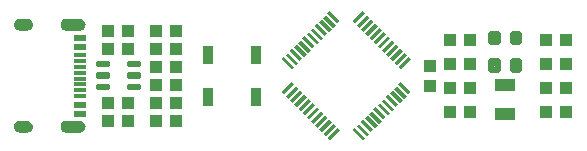
<source format=gbr>
G04 EAGLE Gerber RS-274X export*
G75*
%MOMM*%
%FSLAX34Y34*%
%LPD*%
%INSolderpaste Top*%
%IPPOS*%
%AMOC8*
5,1,8,0,0,1.08239X$1,22.5*%
G01*
%ADD10R,0.300000X1.200000*%
%ADD11R,1.200000X0.300000*%
%ADD12R,1.000000X0.300000*%
%ADD13R,1.000000X0.600000*%
%ADD14R,1.100000X1.000000*%
%ADD15C,0.363000*%
%ADD16R,1.000000X1.100000*%
%ADD17C,0.550000*%
%ADD18R,0.900000X1.600000*%
%ADD19R,1.800000X1.000000*%

G36*
X-225445Y-48246D02*
X-225445Y-48246D01*
X-225442Y-48249D01*
X-224347Y-48069D01*
X-224341Y-48063D01*
X-224336Y-48066D01*
X-223308Y-47647D01*
X-223304Y-47640D01*
X-223299Y-47642D01*
X-222390Y-47005D01*
X-222388Y-46997D01*
X-222382Y-46997D01*
X-221638Y-46174D01*
X-221637Y-46166D01*
X-221631Y-46165D01*
X-221089Y-45197D01*
X-221090Y-45188D01*
X-221084Y-45186D01*
X-220771Y-44122D01*
X-220774Y-44114D01*
X-220769Y-44111D01*
X-220701Y-43003D01*
X-220705Y-42997D01*
X-220701Y-42993D01*
X-220871Y-41885D01*
X-220877Y-41879D01*
X-220874Y-41874D01*
X-221286Y-40832D01*
X-221293Y-40828D01*
X-221291Y-40823D01*
X-221925Y-39898D01*
X-221933Y-39896D01*
X-221932Y-39890D01*
X-222756Y-39130D01*
X-222764Y-39129D01*
X-222764Y-39123D01*
X-223736Y-38566D01*
X-223744Y-38567D01*
X-223746Y-38561D01*
X-224818Y-38234D01*
X-224826Y-38237D01*
X-224829Y-38232D01*
X-225946Y-38151D01*
X-225949Y-38152D01*
X-225950Y-38151D01*
X-237950Y-38151D01*
X-237953Y-38153D01*
X-237960Y-38153D01*
X-237961Y-38152D01*
X-238905Y-38371D01*
X-238911Y-38377D01*
X-238916Y-38375D01*
X-239788Y-38799D01*
X-239791Y-38806D01*
X-239797Y-38804D01*
X-240553Y-39411D01*
X-240555Y-39419D01*
X-240561Y-39419D01*
X-241162Y-40179D01*
X-241162Y-40188D01*
X-241168Y-40189D01*
X-241586Y-41064D01*
X-241584Y-41072D01*
X-241589Y-41074D01*
X-241802Y-42020D01*
X-241798Y-42027D01*
X-241803Y-42031D01*
X-241799Y-43000D01*
X-241799Y-43001D01*
X-241780Y-44069D01*
X-241775Y-44076D01*
X-241779Y-44080D01*
X-241523Y-45117D01*
X-241516Y-45122D01*
X-241519Y-45128D01*
X-241038Y-46082D01*
X-241031Y-46086D01*
X-241032Y-46091D01*
X-240351Y-46915D01*
X-240343Y-46916D01*
X-240343Y-46922D01*
X-239496Y-47573D01*
X-239488Y-47573D01*
X-239487Y-47579D01*
X-238516Y-48026D01*
X-238508Y-48024D01*
X-238506Y-48029D01*
X-237460Y-48248D01*
X-237453Y-48245D01*
X-237450Y-48249D01*
X-225450Y-48249D01*
X-225445Y-48246D01*
G37*
G36*
X-225445Y38155D02*
X-225445Y38155D01*
X-225442Y38151D01*
X-224336Y38344D01*
X-224331Y38349D01*
X-224331Y38350D01*
X-224326Y38347D01*
X-223291Y38780D01*
X-223287Y38787D01*
X-223282Y38785D01*
X-222369Y39438D01*
X-222367Y39446D01*
X-222361Y39445D01*
X-221617Y40284D01*
X-221616Y40293D01*
X-221611Y40293D01*
X-221072Y41277D01*
X-221073Y41285D01*
X-221072Y41286D01*
X-221068Y41287D01*
X-221067Y41289D01*
X-220885Y41930D01*
X-220761Y42366D01*
X-220763Y42371D01*
X-220761Y42373D01*
X-220763Y42375D01*
X-220759Y42377D01*
X-220701Y43497D01*
X-220704Y43502D01*
X-220701Y43506D01*
X-220819Y44551D01*
X-220825Y44557D01*
X-220821Y44562D01*
X-221169Y45556D01*
X-221176Y45560D01*
X-221174Y45565D01*
X-221734Y46457D01*
X-221741Y46460D01*
X-221741Y46465D01*
X-222485Y47209D01*
X-222493Y47211D01*
X-222493Y47216D01*
X-223385Y47776D01*
X-223393Y47776D01*
X-223394Y47781D01*
X-224388Y48129D01*
X-224396Y48126D01*
X-224399Y48131D01*
X-225445Y48249D01*
X-225448Y48247D01*
X-225450Y48249D01*
X-237450Y48249D01*
X-237453Y48247D01*
X-237456Y48247D01*
X-237458Y48249D01*
X-238454Y48091D01*
X-238460Y48085D01*
X-238465Y48088D01*
X-239401Y47713D01*
X-239405Y47706D01*
X-239411Y47708D01*
X-240240Y47134D01*
X-240243Y47126D01*
X-240248Y47127D01*
X-240929Y46383D01*
X-240930Y46374D01*
X-240936Y46374D01*
X-241434Y45497D01*
X-241433Y45489D01*
X-241438Y45486D01*
X-241626Y44862D01*
X-241729Y44521D01*
X-241728Y44518D01*
X-241729Y44517D01*
X-241726Y44513D01*
X-241731Y44510D01*
X-241799Y43503D01*
X-241798Y43501D01*
X-241799Y43500D01*
X-241790Y42419D01*
X-241785Y42412D01*
X-241789Y42408D01*
X-241540Y41356D01*
X-241533Y41351D01*
X-241536Y41346D01*
X-241059Y40376D01*
X-241051Y40373D01*
X-241053Y40367D01*
X-240372Y39528D01*
X-240364Y39526D01*
X-240364Y39520D01*
X-239514Y38854D01*
X-239505Y38853D01*
X-239504Y38848D01*
X-238527Y38387D01*
X-238519Y38389D01*
X-238516Y38384D01*
X-237461Y38152D01*
X-237453Y38155D01*
X-237450Y38151D01*
X-225450Y38151D01*
X-225445Y38155D01*
G37*
G36*
X-270246Y-48246D02*
X-270246Y-48246D01*
X-270244Y-48249D01*
X-269111Y-48099D01*
X-269105Y-48093D01*
X-269100Y-48096D01*
X-268030Y-47698D01*
X-268026Y-47691D01*
X-268020Y-47693D01*
X-267065Y-47066D01*
X-267062Y-47058D01*
X-267057Y-47059D01*
X-266265Y-46236D01*
X-266264Y-46228D01*
X-266258Y-46227D01*
X-265669Y-45248D01*
X-265670Y-45240D01*
X-265665Y-45238D01*
X-265309Y-44153D01*
X-265312Y-44145D01*
X-265307Y-44142D01*
X-265201Y-43005D01*
X-265206Y-42996D01*
X-265202Y-42991D01*
X-265409Y-41854D01*
X-265415Y-41848D01*
X-265412Y-41843D01*
X-265867Y-40781D01*
X-265874Y-40777D01*
X-265872Y-40771D01*
X-266552Y-39836D01*
X-266560Y-39834D01*
X-266559Y-39828D01*
X-267430Y-39068D01*
X-267438Y-39068D01*
X-267439Y-39062D01*
X-268458Y-38515D01*
X-268466Y-38516D01*
X-268468Y-38511D01*
X-269582Y-38204D01*
X-269590Y-38207D01*
X-269593Y-38202D01*
X-270748Y-38151D01*
X-270749Y-38152D01*
X-270750Y-38151D01*
X-276750Y-38151D01*
X-276753Y-38153D01*
X-276758Y-38153D01*
X-276759Y-38152D01*
X-277840Y-38364D01*
X-277845Y-38370D01*
X-277850Y-38367D01*
X-278856Y-38814D01*
X-278860Y-38821D01*
X-278866Y-38819D01*
X-279747Y-39479D01*
X-279750Y-39487D01*
X-279755Y-39487D01*
X-280468Y-40326D01*
X-280468Y-40334D01*
X-280474Y-40335D01*
X-280982Y-41312D01*
X-280981Y-41320D01*
X-280986Y-41322D01*
X-281264Y-42387D01*
X-281261Y-42395D01*
X-281265Y-42398D01*
X-281299Y-43499D01*
X-281296Y-43504D01*
X-281299Y-43507D01*
X-281144Y-44583D01*
X-281138Y-44588D01*
X-281141Y-44593D01*
X-280751Y-45607D01*
X-280744Y-45611D01*
X-280746Y-45617D01*
X-280139Y-46519D01*
X-280131Y-46521D01*
X-280132Y-46527D01*
X-279340Y-47271D01*
X-279332Y-47272D01*
X-279332Y-47278D01*
X-278394Y-47827D01*
X-278386Y-47826D01*
X-278384Y-47832D01*
X-277348Y-48159D01*
X-277340Y-48156D01*
X-277337Y-48161D01*
X-276254Y-48249D01*
X-276251Y-48247D01*
X-276250Y-48249D01*
X-270250Y-48249D01*
X-270246Y-48246D01*
G37*
G36*
X-270247Y38153D02*
X-270247Y38153D01*
X-270246Y38151D01*
X-269153Y38252D01*
X-269147Y38257D01*
X-269142Y38254D01*
X-268099Y38595D01*
X-268094Y38602D01*
X-268089Y38600D01*
X-267148Y39164D01*
X-267145Y39172D01*
X-267139Y39171D01*
X-266347Y39931D01*
X-266346Y39939D01*
X-266340Y39940D01*
X-265738Y40857D01*
X-265738Y40865D01*
X-265733Y40867D01*
X-265349Y41895D01*
X-265351Y41903D01*
X-265346Y41906D01*
X-265201Y42994D01*
X-265205Y43001D01*
X-265201Y43005D01*
X-265307Y44142D01*
X-265312Y44148D01*
X-265309Y44153D01*
X-265665Y45238D01*
X-265672Y45243D01*
X-265669Y45248D01*
X-266258Y46227D01*
X-266266Y46230D01*
X-266265Y46236D01*
X-267057Y47059D01*
X-267065Y47060D01*
X-267065Y47066D01*
X-268020Y47693D01*
X-268028Y47692D01*
X-268030Y47698D01*
X-269100Y48096D01*
X-269108Y48094D01*
X-269111Y48099D01*
X-270244Y48249D01*
X-270247Y48247D01*
X-270248Y48247D01*
X-270250Y48249D01*
X-276250Y48249D01*
X-276253Y48247D01*
X-276255Y48247D01*
X-276256Y48249D01*
X-277389Y48099D01*
X-277395Y48093D01*
X-277400Y48096D01*
X-278470Y47698D01*
X-278474Y47691D01*
X-278480Y47693D01*
X-279435Y47066D01*
X-279438Y47058D01*
X-279443Y47059D01*
X-280235Y46236D01*
X-280236Y46228D01*
X-280242Y46227D01*
X-280831Y45248D01*
X-280830Y45240D01*
X-280835Y45238D01*
X-281191Y44153D01*
X-281189Y44145D01*
X-281193Y44142D01*
X-281299Y43005D01*
X-281295Y42998D01*
X-281299Y42994D01*
X-281154Y41906D01*
X-281148Y41900D01*
X-281151Y41895D01*
X-280768Y40867D01*
X-280761Y40862D01*
X-280763Y40857D01*
X-280160Y39940D01*
X-280152Y39937D01*
X-280153Y39931D01*
X-279361Y39171D01*
X-279353Y39170D01*
X-279352Y39164D01*
X-278411Y38600D01*
X-278403Y38601D01*
X-278401Y38595D01*
X-277358Y38254D01*
X-277350Y38256D01*
X-277347Y38252D01*
X-276255Y38151D01*
X-276252Y38153D01*
X-276250Y38151D01*
X-270250Y38151D01*
X-270247Y38153D01*
G37*
D10*
G36*
X52678Y15910D02*
X54800Y13788D01*
X46316Y5304D01*
X44194Y7426D01*
X52678Y15910D01*
G37*
G36*
X49143Y19445D02*
X51265Y17323D01*
X42781Y8839D01*
X40659Y10961D01*
X49143Y19445D01*
G37*
G36*
X45607Y22981D02*
X47729Y20859D01*
X39245Y12375D01*
X37123Y14497D01*
X45607Y22981D01*
G37*
G36*
X42072Y26516D02*
X44194Y24394D01*
X35710Y15910D01*
X33588Y18032D01*
X42072Y26516D01*
G37*
G36*
X38536Y30052D02*
X40658Y27930D01*
X32174Y19446D01*
X30052Y21568D01*
X38536Y30052D01*
G37*
G36*
X35001Y33587D02*
X37123Y31465D01*
X28639Y22981D01*
X26517Y25103D01*
X35001Y33587D01*
G37*
G36*
X31465Y37123D02*
X33587Y35001D01*
X25103Y26517D01*
X22981Y28639D01*
X31465Y37123D01*
G37*
G36*
X27930Y40658D02*
X30052Y38536D01*
X21568Y30052D01*
X19446Y32174D01*
X27930Y40658D01*
G37*
G36*
X24394Y44194D02*
X26516Y42072D01*
X18032Y33588D01*
X15910Y35710D01*
X24394Y44194D01*
G37*
G36*
X20859Y47729D02*
X22981Y45607D01*
X14497Y37123D01*
X12375Y39245D01*
X20859Y47729D01*
G37*
G36*
X17323Y51265D02*
X19445Y49143D01*
X10961Y40659D01*
X8839Y42781D01*
X17323Y51265D01*
G37*
G36*
X13788Y54800D02*
X15910Y52678D01*
X7426Y44194D01*
X5304Y46316D01*
X13788Y54800D01*
G37*
D11*
G36*
X-13788Y54800D02*
X-5304Y46316D01*
X-7426Y44194D01*
X-15910Y52678D01*
X-13788Y54800D01*
G37*
G36*
X-17323Y51265D02*
X-8839Y42781D01*
X-10961Y40659D01*
X-19445Y49143D01*
X-17323Y51265D01*
G37*
G36*
X-20859Y47729D02*
X-12375Y39245D01*
X-14497Y37123D01*
X-22981Y45607D01*
X-20859Y47729D01*
G37*
G36*
X-24394Y44194D02*
X-15910Y35710D01*
X-18032Y33588D01*
X-26516Y42072D01*
X-24394Y44194D01*
G37*
G36*
X-27930Y40658D02*
X-19446Y32174D01*
X-21568Y30052D01*
X-30052Y38536D01*
X-27930Y40658D01*
G37*
G36*
X-31465Y37123D02*
X-22981Y28639D01*
X-25103Y26517D01*
X-33587Y35001D01*
X-31465Y37123D01*
G37*
G36*
X-35001Y33587D02*
X-26517Y25103D01*
X-28639Y22981D01*
X-37123Y31465D01*
X-35001Y33587D01*
G37*
G36*
X-38536Y30052D02*
X-30052Y21568D01*
X-32174Y19446D01*
X-40658Y27930D01*
X-38536Y30052D01*
G37*
G36*
X-42072Y26516D02*
X-33588Y18032D01*
X-35710Y15910D01*
X-44194Y24394D01*
X-42072Y26516D01*
G37*
G36*
X-45607Y22981D02*
X-37123Y14497D01*
X-39245Y12375D01*
X-47729Y20859D01*
X-45607Y22981D01*
G37*
G36*
X-49143Y19445D02*
X-40659Y10961D01*
X-42781Y8839D01*
X-51265Y17323D01*
X-49143Y19445D01*
G37*
G36*
X-52678Y15910D02*
X-44194Y7426D01*
X-46316Y5304D01*
X-54800Y13788D01*
X-52678Y15910D01*
G37*
D10*
G36*
X-46316Y-5304D02*
X-44194Y-7426D01*
X-52678Y-15910D01*
X-54800Y-13788D01*
X-46316Y-5304D01*
G37*
G36*
X-42781Y-8839D02*
X-40659Y-10961D01*
X-49143Y-19445D01*
X-51265Y-17323D01*
X-42781Y-8839D01*
G37*
G36*
X-39245Y-12375D02*
X-37123Y-14497D01*
X-45607Y-22981D01*
X-47729Y-20859D01*
X-39245Y-12375D01*
G37*
G36*
X-35710Y-15910D02*
X-33588Y-18032D01*
X-42072Y-26516D01*
X-44194Y-24394D01*
X-35710Y-15910D01*
G37*
G36*
X-32174Y-19446D02*
X-30052Y-21568D01*
X-38536Y-30052D01*
X-40658Y-27930D01*
X-32174Y-19446D01*
G37*
G36*
X-28639Y-22981D02*
X-26517Y-25103D01*
X-35001Y-33587D01*
X-37123Y-31465D01*
X-28639Y-22981D01*
G37*
G36*
X-25103Y-26517D02*
X-22981Y-28639D01*
X-31465Y-37123D01*
X-33587Y-35001D01*
X-25103Y-26517D01*
G37*
G36*
X-21568Y-30052D02*
X-19446Y-32174D01*
X-27930Y-40658D01*
X-30052Y-38536D01*
X-21568Y-30052D01*
G37*
G36*
X-18032Y-33588D02*
X-15910Y-35710D01*
X-24394Y-44194D01*
X-26516Y-42072D01*
X-18032Y-33588D01*
G37*
G36*
X-14497Y-37123D02*
X-12375Y-39245D01*
X-20859Y-47729D01*
X-22981Y-45607D01*
X-14497Y-37123D01*
G37*
G36*
X-10961Y-40659D02*
X-8839Y-42781D01*
X-17323Y-51265D01*
X-19445Y-49143D01*
X-10961Y-40659D01*
G37*
G36*
X-7426Y-44194D02*
X-5304Y-46316D01*
X-13788Y-54800D01*
X-15910Y-52678D01*
X-7426Y-44194D01*
G37*
D11*
G36*
X7426Y-44194D02*
X15910Y-52678D01*
X13788Y-54800D01*
X5304Y-46316D01*
X7426Y-44194D01*
G37*
G36*
X10961Y-40659D02*
X19445Y-49143D01*
X17323Y-51265D01*
X8839Y-42781D01*
X10961Y-40659D01*
G37*
G36*
X14497Y-37123D02*
X22981Y-45607D01*
X20859Y-47729D01*
X12375Y-39245D01*
X14497Y-37123D01*
G37*
G36*
X18032Y-33588D02*
X26516Y-42072D01*
X24394Y-44194D01*
X15910Y-35710D01*
X18032Y-33588D01*
G37*
G36*
X21568Y-30052D02*
X30052Y-38536D01*
X27930Y-40658D01*
X19446Y-32174D01*
X21568Y-30052D01*
G37*
G36*
X25103Y-26517D02*
X33587Y-35001D01*
X31465Y-37123D01*
X22981Y-28639D01*
X25103Y-26517D01*
G37*
G36*
X28639Y-22981D02*
X37123Y-31465D01*
X35001Y-33587D01*
X26517Y-25103D01*
X28639Y-22981D01*
G37*
G36*
X32174Y-19446D02*
X40658Y-27930D01*
X38536Y-30052D01*
X30052Y-21568D01*
X32174Y-19446D01*
G37*
G36*
X35710Y-15910D02*
X44194Y-24394D01*
X42072Y-26516D01*
X33588Y-18032D01*
X35710Y-15910D01*
G37*
G36*
X39245Y-12375D02*
X47729Y-20859D01*
X45607Y-22981D01*
X37123Y-14497D01*
X39245Y-12375D01*
G37*
G36*
X42781Y-8839D02*
X51265Y-17323D01*
X49143Y-19445D01*
X40659Y-10961D01*
X42781Y-8839D01*
G37*
G36*
X46316Y-5304D02*
X54800Y-13788D01*
X52678Y-15910D01*
X44194Y-7426D01*
X46316Y-5304D01*
G37*
D12*
X-225650Y-7500D03*
X-225650Y-2500D03*
D13*
X-225650Y-32250D03*
X-225650Y-24500D03*
D12*
X-225650Y-17500D03*
X-225650Y-12500D03*
X-225650Y7500D03*
X-225650Y2500D03*
D13*
X-225650Y32250D03*
X-225650Y24500D03*
D12*
X-225650Y17500D03*
X-225650Y12500D03*
D14*
X-184540Y38100D03*
X-201540Y38100D03*
X-160900Y7620D03*
X-143900Y7620D03*
X-143900Y-38100D03*
X-160900Y-38100D03*
X-160900Y38100D03*
X-143900Y38100D03*
X-143900Y22860D03*
X-160900Y22860D03*
D15*
X-175854Y-8565D02*
X-175854Y-10435D01*
X-184224Y-10435D01*
X-184224Y-8565D01*
X-175854Y-8565D01*
X-175854Y-935D02*
X-175854Y935D01*
X-175854Y-935D02*
X-184224Y-935D01*
X-184224Y935D01*
X-175854Y935D01*
X-175854Y8565D02*
X-175854Y10435D01*
X-175854Y8565D02*
X-184224Y8565D01*
X-184224Y10435D01*
X-175854Y10435D01*
X-201856Y10435D02*
X-201856Y8565D01*
X-210226Y8565D01*
X-210226Y10435D01*
X-201856Y10435D01*
X-201856Y-8565D02*
X-201856Y-10435D01*
X-210226Y-10435D01*
X-210226Y-8565D01*
X-201856Y-8565D01*
X-210226Y-935D02*
X-210226Y935D01*
X-201856Y935D01*
X-201856Y-935D01*
X-210226Y-935D01*
D16*
X71120Y8500D03*
X71120Y-8500D03*
D14*
X88020Y-30480D03*
X105020Y-30480D03*
X88020Y-10160D03*
X105020Y-10160D03*
X88020Y30480D03*
X105020Y30480D03*
D17*
X140870Y28070D02*
X140870Y35570D01*
X146370Y35570D01*
X146370Y28070D01*
X140870Y28070D01*
X140870Y33295D02*
X146370Y33295D01*
X122870Y12570D02*
X122870Y5070D01*
X122870Y12570D02*
X128370Y12570D01*
X128370Y5070D01*
X122870Y5070D01*
X122870Y10295D02*
X128370Y10295D01*
X140870Y12570D02*
X140870Y5070D01*
X140870Y12570D02*
X146370Y12570D01*
X146370Y5070D01*
X140870Y5070D01*
X140870Y10295D02*
X146370Y10295D01*
X122870Y28070D02*
X122870Y35570D01*
X128370Y35570D01*
X128370Y28070D01*
X122870Y28070D01*
X122870Y33295D02*
X128370Y33295D01*
D14*
X88020Y10160D03*
X105020Y10160D03*
X186300Y10160D03*
X169300Y10160D03*
X186300Y-10160D03*
X169300Y-10160D03*
X-201540Y22860D03*
X-184540Y22860D03*
X-201540Y-22860D03*
X-184540Y-22860D03*
X-160900Y-22860D03*
X-143900Y-22860D03*
X-160900Y-7620D03*
X-143900Y-7620D03*
D18*
X-76020Y-17780D03*
X-117020Y-17780D03*
X-76020Y17780D03*
X-117020Y17780D03*
D14*
X-201540Y-38100D03*
X-184540Y-38100D03*
D19*
X134620Y-7820D03*
X134620Y-32820D03*
D14*
X169300Y30480D03*
X186300Y30480D03*
X169300Y-30480D03*
X186300Y-30480D03*
M02*

</source>
